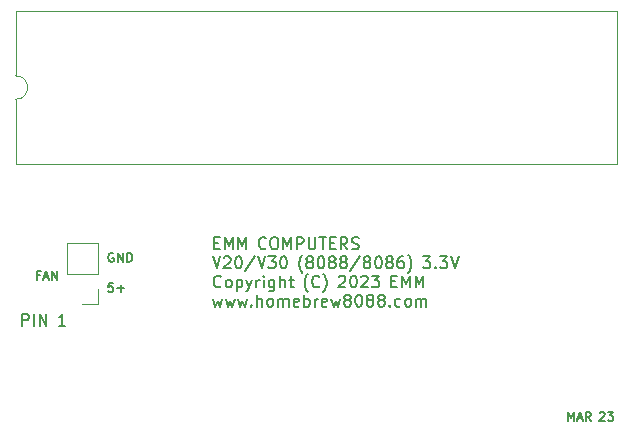
<source format=gbr>
G04 #@! TF.GenerationSoftware,KiCad,Pcbnew,(7.0.0)*
G04 #@! TF.CreationDate,2023-05-27T06:48:24-06:00*
G04 #@! TF.ProjectId,Single Chip,53696e67-6c65-4204-9368-69702e6b6963,rev?*
G04 #@! TF.SameCoordinates,Original*
G04 #@! TF.FileFunction,Legend,Top*
G04 #@! TF.FilePolarity,Positive*
%FSLAX46Y46*%
G04 Gerber Fmt 4.6, Leading zero omitted, Abs format (unit mm)*
G04 Created by KiCad (PCBNEW (7.0.0)) date 2023-05-27 06:48:24*
%MOMM*%
%LPD*%
G01*
G04 APERTURE LIST*
%ADD10C,0.150000*%
%ADD11C,0.120000*%
G04 APERTURE END LIST*
D10*
X131390571Y-86676230D02*
X131318000Y-86639944D01*
X131318000Y-86639944D02*
X131209142Y-86639944D01*
X131209142Y-86639944D02*
X131100285Y-86676230D01*
X131100285Y-86676230D02*
X131027714Y-86748801D01*
X131027714Y-86748801D02*
X130991428Y-86821372D01*
X130991428Y-86821372D02*
X130955142Y-86966515D01*
X130955142Y-86966515D02*
X130955142Y-87075372D01*
X130955142Y-87075372D02*
X130991428Y-87220515D01*
X130991428Y-87220515D02*
X131027714Y-87293087D01*
X131027714Y-87293087D02*
X131100285Y-87365658D01*
X131100285Y-87365658D02*
X131209142Y-87401944D01*
X131209142Y-87401944D02*
X131281714Y-87401944D01*
X131281714Y-87401944D02*
X131390571Y-87365658D01*
X131390571Y-87365658D02*
X131426857Y-87329372D01*
X131426857Y-87329372D02*
X131426857Y-87075372D01*
X131426857Y-87075372D02*
X131281714Y-87075372D01*
X131753428Y-87401944D02*
X131753428Y-86639944D01*
X131753428Y-86639944D02*
X132188857Y-87401944D01*
X132188857Y-87401944D02*
X132188857Y-86639944D01*
X132551714Y-87401944D02*
X132551714Y-86639944D01*
X132551714Y-86639944D02*
X132733143Y-86639944D01*
X132733143Y-86639944D02*
X132842000Y-86676230D01*
X132842000Y-86676230D02*
X132914571Y-86748801D01*
X132914571Y-86748801D02*
X132950857Y-86821372D01*
X132950857Y-86821372D02*
X132987143Y-86966515D01*
X132987143Y-86966515D02*
X132987143Y-87075372D01*
X132987143Y-87075372D02*
X132950857Y-87220515D01*
X132950857Y-87220515D02*
X132914571Y-87293087D01*
X132914571Y-87293087D02*
X132842000Y-87365658D01*
X132842000Y-87365658D02*
X132733143Y-87401944D01*
X132733143Y-87401944D02*
X132551714Y-87401944D01*
X123682095Y-92823380D02*
X123682095Y-91823380D01*
X123682095Y-91823380D02*
X124063047Y-91823380D01*
X124063047Y-91823380D02*
X124158285Y-91871000D01*
X124158285Y-91871000D02*
X124205904Y-91918619D01*
X124205904Y-91918619D02*
X124253523Y-92013857D01*
X124253523Y-92013857D02*
X124253523Y-92156714D01*
X124253523Y-92156714D02*
X124205904Y-92251952D01*
X124205904Y-92251952D02*
X124158285Y-92299571D01*
X124158285Y-92299571D02*
X124063047Y-92347190D01*
X124063047Y-92347190D02*
X123682095Y-92347190D01*
X124682095Y-92823380D02*
X124682095Y-91823380D01*
X125158285Y-92823380D02*
X125158285Y-91823380D01*
X125158285Y-91823380D02*
X125729713Y-92823380D01*
X125729713Y-92823380D02*
X125729713Y-91823380D01*
X127329713Y-92823380D02*
X126758285Y-92823380D01*
X127043999Y-92823380D02*
X127043999Y-91823380D01*
X127043999Y-91823380D02*
X126948761Y-91966238D01*
X126948761Y-91966238D02*
X126853523Y-92061476D01*
X126853523Y-92061476D02*
X126758285Y-92109095D01*
X125149428Y-88526801D02*
X124895428Y-88526801D01*
X124895428Y-88925944D02*
X124895428Y-88163944D01*
X124895428Y-88163944D02*
X125258285Y-88163944D01*
X125512285Y-88708230D02*
X125875143Y-88708230D01*
X125439714Y-88925944D02*
X125693714Y-88163944D01*
X125693714Y-88163944D02*
X125947714Y-88925944D01*
X126201714Y-88925944D02*
X126201714Y-88163944D01*
X126201714Y-88163944D02*
X126637143Y-88925944D01*
X126637143Y-88925944D02*
X126637143Y-88163944D01*
X169853428Y-100863944D02*
X169853428Y-100101944D01*
X169853428Y-100101944D02*
X170107428Y-100646230D01*
X170107428Y-100646230D02*
X170361428Y-100101944D01*
X170361428Y-100101944D02*
X170361428Y-100863944D01*
X170687999Y-100646230D02*
X171050857Y-100646230D01*
X170615428Y-100863944D02*
X170869428Y-100101944D01*
X170869428Y-100101944D02*
X171123428Y-100863944D01*
X171812857Y-100863944D02*
X171558857Y-100501087D01*
X171377428Y-100863944D02*
X171377428Y-100101944D01*
X171377428Y-100101944D02*
X171667714Y-100101944D01*
X171667714Y-100101944D02*
X171740285Y-100138230D01*
X171740285Y-100138230D02*
X171776571Y-100174515D01*
X171776571Y-100174515D02*
X171812857Y-100247087D01*
X171812857Y-100247087D02*
X171812857Y-100355944D01*
X171812857Y-100355944D02*
X171776571Y-100428515D01*
X171776571Y-100428515D02*
X171740285Y-100464801D01*
X171740285Y-100464801D02*
X171667714Y-100501087D01*
X171667714Y-100501087D02*
X171377428Y-100501087D01*
X172560342Y-100174515D02*
X172596628Y-100138230D01*
X172596628Y-100138230D02*
X172669200Y-100101944D01*
X172669200Y-100101944D02*
X172850628Y-100101944D01*
X172850628Y-100101944D02*
X172923200Y-100138230D01*
X172923200Y-100138230D02*
X172959485Y-100174515D01*
X172959485Y-100174515D02*
X172995771Y-100247087D01*
X172995771Y-100247087D02*
X172995771Y-100319658D01*
X172995771Y-100319658D02*
X172959485Y-100428515D01*
X172959485Y-100428515D02*
X172524057Y-100863944D01*
X172524057Y-100863944D02*
X172995771Y-100863944D01*
X173249771Y-100101944D02*
X173721485Y-100101944D01*
X173721485Y-100101944D02*
X173467485Y-100392230D01*
X173467485Y-100392230D02*
X173576342Y-100392230D01*
X173576342Y-100392230D02*
X173648914Y-100428515D01*
X173648914Y-100428515D02*
X173685199Y-100464801D01*
X173685199Y-100464801D02*
X173721485Y-100537372D01*
X173721485Y-100537372D02*
X173721485Y-100718801D01*
X173721485Y-100718801D02*
X173685199Y-100791372D01*
X173685199Y-100791372D02*
X173648914Y-100827658D01*
X173648914Y-100827658D02*
X173576342Y-100863944D01*
X173576342Y-100863944D02*
X173358628Y-100863944D01*
X173358628Y-100863944D02*
X173286056Y-100827658D01*
X173286056Y-100827658D02*
X173249771Y-100791372D01*
X139938095Y-85805571D02*
X140271428Y-85805571D01*
X140414285Y-86329380D02*
X139938095Y-86329380D01*
X139938095Y-86329380D02*
X139938095Y-85329380D01*
X139938095Y-85329380D02*
X140414285Y-85329380D01*
X140842857Y-86329380D02*
X140842857Y-85329380D01*
X140842857Y-85329380D02*
X141176190Y-86043666D01*
X141176190Y-86043666D02*
X141509523Y-85329380D01*
X141509523Y-85329380D02*
X141509523Y-86329380D01*
X141985714Y-86329380D02*
X141985714Y-85329380D01*
X141985714Y-85329380D02*
X142319047Y-86043666D01*
X142319047Y-86043666D02*
X142652380Y-85329380D01*
X142652380Y-85329380D02*
X142652380Y-86329380D01*
X144299999Y-86234142D02*
X144252380Y-86281761D01*
X144252380Y-86281761D02*
X144109523Y-86329380D01*
X144109523Y-86329380D02*
X144014285Y-86329380D01*
X144014285Y-86329380D02*
X143871428Y-86281761D01*
X143871428Y-86281761D02*
X143776190Y-86186523D01*
X143776190Y-86186523D02*
X143728571Y-86091285D01*
X143728571Y-86091285D02*
X143680952Y-85900809D01*
X143680952Y-85900809D02*
X143680952Y-85757952D01*
X143680952Y-85757952D02*
X143728571Y-85567476D01*
X143728571Y-85567476D02*
X143776190Y-85472238D01*
X143776190Y-85472238D02*
X143871428Y-85377000D01*
X143871428Y-85377000D02*
X144014285Y-85329380D01*
X144014285Y-85329380D02*
X144109523Y-85329380D01*
X144109523Y-85329380D02*
X144252380Y-85377000D01*
X144252380Y-85377000D02*
X144299999Y-85424619D01*
X144919047Y-85329380D02*
X145109523Y-85329380D01*
X145109523Y-85329380D02*
X145204761Y-85377000D01*
X145204761Y-85377000D02*
X145299999Y-85472238D01*
X145299999Y-85472238D02*
X145347618Y-85662714D01*
X145347618Y-85662714D02*
X145347618Y-85996047D01*
X145347618Y-85996047D02*
X145299999Y-86186523D01*
X145299999Y-86186523D02*
X145204761Y-86281761D01*
X145204761Y-86281761D02*
X145109523Y-86329380D01*
X145109523Y-86329380D02*
X144919047Y-86329380D01*
X144919047Y-86329380D02*
X144823809Y-86281761D01*
X144823809Y-86281761D02*
X144728571Y-86186523D01*
X144728571Y-86186523D02*
X144680952Y-85996047D01*
X144680952Y-85996047D02*
X144680952Y-85662714D01*
X144680952Y-85662714D02*
X144728571Y-85472238D01*
X144728571Y-85472238D02*
X144823809Y-85377000D01*
X144823809Y-85377000D02*
X144919047Y-85329380D01*
X145776190Y-86329380D02*
X145776190Y-85329380D01*
X145776190Y-85329380D02*
X146109523Y-86043666D01*
X146109523Y-86043666D02*
X146442856Y-85329380D01*
X146442856Y-85329380D02*
X146442856Y-86329380D01*
X146919047Y-86329380D02*
X146919047Y-85329380D01*
X146919047Y-85329380D02*
X147299999Y-85329380D01*
X147299999Y-85329380D02*
X147395237Y-85377000D01*
X147395237Y-85377000D02*
X147442856Y-85424619D01*
X147442856Y-85424619D02*
X147490475Y-85519857D01*
X147490475Y-85519857D02*
X147490475Y-85662714D01*
X147490475Y-85662714D02*
X147442856Y-85757952D01*
X147442856Y-85757952D02*
X147395237Y-85805571D01*
X147395237Y-85805571D02*
X147299999Y-85853190D01*
X147299999Y-85853190D02*
X146919047Y-85853190D01*
X147919047Y-85329380D02*
X147919047Y-86138904D01*
X147919047Y-86138904D02*
X147966666Y-86234142D01*
X147966666Y-86234142D02*
X148014285Y-86281761D01*
X148014285Y-86281761D02*
X148109523Y-86329380D01*
X148109523Y-86329380D02*
X148299999Y-86329380D01*
X148299999Y-86329380D02*
X148395237Y-86281761D01*
X148395237Y-86281761D02*
X148442856Y-86234142D01*
X148442856Y-86234142D02*
X148490475Y-86138904D01*
X148490475Y-86138904D02*
X148490475Y-85329380D01*
X148823809Y-85329380D02*
X149395237Y-85329380D01*
X149109523Y-86329380D02*
X149109523Y-85329380D01*
X149728571Y-85805571D02*
X150061904Y-85805571D01*
X150204761Y-86329380D02*
X149728571Y-86329380D01*
X149728571Y-86329380D02*
X149728571Y-85329380D01*
X149728571Y-85329380D02*
X150204761Y-85329380D01*
X151204761Y-86329380D02*
X150871428Y-85853190D01*
X150633333Y-86329380D02*
X150633333Y-85329380D01*
X150633333Y-85329380D02*
X151014285Y-85329380D01*
X151014285Y-85329380D02*
X151109523Y-85377000D01*
X151109523Y-85377000D02*
X151157142Y-85424619D01*
X151157142Y-85424619D02*
X151204761Y-85519857D01*
X151204761Y-85519857D02*
X151204761Y-85662714D01*
X151204761Y-85662714D02*
X151157142Y-85757952D01*
X151157142Y-85757952D02*
X151109523Y-85805571D01*
X151109523Y-85805571D02*
X151014285Y-85853190D01*
X151014285Y-85853190D02*
X150633333Y-85853190D01*
X151585714Y-86281761D02*
X151728571Y-86329380D01*
X151728571Y-86329380D02*
X151966666Y-86329380D01*
X151966666Y-86329380D02*
X152061904Y-86281761D01*
X152061904Y-86281761D02*
X152109523Y-86234142D01*
X152109523Y-86234142D02*
X152157142Y-86138904D01*
X152157142Y-86138904D02*
X152157142Y-86043666D01*
X152157142Y-86043666D02*
X152109523Y-85948428D01*
X152109523Y-85948428D02*
X152061904Y-85900809D01*
X152061904Y-85900809D02*
X151966666Y-85853190D01*
X151966666Y-85853190D02*
X151776190Y-85805571D01*
X151776190Y-85805571D02*
X151680952Y-85757952D01*
X151680952Y-85757952D02*
X151633333Y-85710333D01*
X151633333Y-85710333D02*
X151585714Y-85615095D01*
X151585714Y-85615095D02*
X151585714Y-85519857D01*
X151585714Y-85519857D02*
X151633333Y-85424619D01*
X151633333Y-85424619D02*
X151680952Y-85377000D01*
X151680952Y-85377000D02*
X151776190Y-85329380D01*
X151776190Y-85329380D02*
X152014285Y-85329380D01*
X152014285Y-85329380D02*
X152157142Y-85377000D01*
X139795238Y-86949380D02*
X140128571Y-87949380D01*
X140128571Y-87949380D02*
X140461904Y-86949380D01*
X140747619Y-87044619D02*
X140795238Y-86997000D01*
X140795238Y-86997000D02*
X140890476Y-86949380D01*
X140890476Y-86949380D02*
X141128571Y-86949380D01*
X141128571Y-86949380D02*
X141223809Y-86997000D01*
X141223809Y-86997000D02*
X141271428Y-87044619D01*
X141271428Y-87044619D02*
X141319047Y-87139857D01*
X141319047Y-87139857D02*
X141319047Y-87235095D01*
X141319047Y-87235095D02*
X141271428Y-87377952D01*
X141271428Y-87377952D02*
X140700000Y-87949380D01*
X140700000Y-87949380D02*
X141319047Y-87949380D01*
X141938095Y-86949380D02*
X142033333Y-86949380D01*
X142033333Y-86949380D02*
X142128571Y-86997000D01*
X142128571Y-86997000D02*
X142176190Y-87044619D01*
X142176190Y-87044619D02*
X142223809Y-87139857D01*
X142223809Y-87139857D02*
X142271428Y-87330333D01*
X142271428Y-87330333D02*
X142271428Y-87568428D01*
X142271428Y-87568428D02*
X142223809Y-87758904D01*
X142223809Y-87758904D02*
X142176190Y-87854142D01*
X142176190Y-87854142D02*
X142128571Y-87901761D01*
X142128571Y-87901761D02*
X142033333Y-87949380D01*
X142033333Y-87949380D02*
X141938095Y-87949380D01*
X141938095Y-87949380D02*
X141842857Y-87901761D01*
X141842857Y-87901761D02*
X141795238Y-87854142D01*
X141795238Y-87854142D02*
X141747619Y-87758904D01*
X141747619Y-87758904D02*
X141700000Y-87568428D01*
X141700000Y-87568428D02*
X141700000Y-87330333D01*
X141700000Y-87330333D02*
X141747619Y-87139857D01*
X141747619Y-87139857D02*
X141795238Y-87044619D01*
X141795238Y-87044619D02*
X141842857Y-86997000D01*
X141842857Y-86997000D02*
X141938095Y-86949380D01*
X143414285Y-86901761D02*
X142557143Y-88187476D01*
X143604762Y-86949380D02*
X143938095Y-87949380D01*
X143938095Y-87949380D02*
X144271428Y-86949380D01*
X144509524Y-86949380D02*
X145128571Y-86949380D01*
X145128571Y-86949380D02*
X144795238Y-87330333D01*
X144795238Y-87330333D02*
X144938095Y-87330333D01*
X144938095Y-87330333D02*
X145033333Y-87377952D01*
X145033333Y-87377952D02*
X145080952Y-87425571D01*
X145080952Y-87425571D02*
X145128571Y-87520809D01*
X145128571Y-87520809D02*
X145128571Y-87758904D01*
X145128571Y-87758904D02*
X145080952Y-87854142D01*
X145080952Y-87854142D02*
X145033333Y-87901761D01*
X145033333Y-87901761D02*
X144938095Y-87949380D01*
X144938095Y-87949380D02*
X144652381Y-87949380D01*
X144652381Y-87949380D02*
X144557143Y-87901761D01*
X144557143Y-87901761D02*
X144509524Y-87854142D01*
X145747619Y-86949380D02*
X145842857Y-86949380D01*
X145842857Y-86949380D02*
X145938095Y-86997000D01*
X145938095Y-86997000D02*
X145985714Y-87044619D01*
X145985714Y-87044619D02*
X146033333Y-87139857D01*
X146033333Y-87139857D02*
X146080952Y-87330333D01*
X146080952Y-87330333D02*
X146080952Y-87568428D01*
X146080952Y-87568428D02*
X146033333Y-87758904D01*
X146033333Y-87758904D02*
X145985714Y-87854142D01*
X145985714Y-87854142D02*
X145938095Y-87901761D01*
X145938095Y-87901761D02*
X145842857Y-87949380D01*
X145842857Y-87949380D02*
X145747619Y-87949380D01*
X145747619Y-87949380D02*
X145652381Y-87901761D01*
X145652381Y-87901761D02*
X145604762Y-87854142D01*
X145604762Y-87854142D02*
X145557143Y-87758904D01*
X145557143Y-87758904D02*
X145509524Y-87568428D01*
X145509524Y-87568428D02*
X145509524Y-87330333D01*
X145509524Y-87330333D02*
X145557143Y-87139857D01*
X145557143Y-87139857D02*
X145604762Y-87044619D01*
X145604762Y-87044619D02*
X145652381Y-86997000D01*
X145652381Y-86997000D02*
X145747619Y-86949380D01*
X147395238Y-88330333D02*
X147347619Y-88282714D01*
X147347619Y-88282714D02*
X147252381Y-88139857D01*
X147252381Y-88139857D02*
X147204762Y-88044619D01*
X147204762Y-88044619D02*
X147157143Y-87901761D01*
X147157143Y-87901761D02*
X147109524Y-87663666D01*
X147109524Y-87663666D02*
X147109524Y-87473190D01*
X147109524Y-87473190D02*
X147157143Y-87235095D01*
X147157143Y-87235095D02*
X147204762Y-87092238D01*
X147204762Y-87092238D02*
X147252381Y-86997000D01*
X147252381Y-86997000D02*
X147347619Y-86854142D01*
X147347619Y-86854142D02*
X147395238Y-86806523D01*
X147919048Y-87377952D02*
X147823810Y-87330333D01*
X147823810Y-87330333D02*
X147776191Y-87282714D01*
X147776191Y-87282714D02*
X147728572Y-87187476D01*
X147728572Y-87187476D02*
X147728572Y-87139857D01*
X147728572Y-87139857D02*
X147776191Y-87044619D01*
X147776191Y-87044619D02*
X147823810Y-86997000D01*
X147823810Y-86997000D02*
X147919048Y-86949380D01*
X147919048Y-86949380D02*
X148109524Y-86949380D01*
X148109524Y-86949380D02*
X148204762Y-86997000D01*
X148204762Y-86997000D02*
X148252381Y-87044619D01*
X148252381Y-87044619D02*
X148300000Y-87139857D01*
X148300000Y-87139857D02*
X148300000Y-87187476D01*
X148300000Y-87187476D02*
X148252381Y-87282714D01*
X148252381Y-87282714D02*
X148204762Y-87330333D01*
X148204762Y-87330333D02*
X148109524Y-87377952D01*
X148109524Y-87377952D02*
X147919048Y-87377952D01*
X147919048Y-87377952D02*
X147823810Y-87425571D01*
X147823810Y-87425571D02*
X147776191Y-87473190D01*
X147776191Y-87473190D02*
X147728572Y-87568428D01*
X147728572Y-87568428D02*
X147728572Y-87758904D01*
X147728572Y-87758904D02*
X147776191Y-87854142D01*
X147776191Y-87854142D02*
X147823810Y-87901761D01*
X147823810Y-87901761D02*
X147919048Y-87949380D01*
X147919048Y-87949380D02*
X148109524Y-87949380D01*
X148109524Y-87949380D02*
X148204762Y-87901761D01*
X148204762Y-87901761D02*
X148252381Y-87854142D01*
X148252381Y-87854142D02*
X148300000Y-87758904D01*
X148300000Y-87758904D02*
X148300000Y-87568428D01*
X148300000Y-87568428D02*
X148252381Y-87473190D01*
X148252381Y-87473190D02*
X148204762Y-87425571D01*
X148204762Y-87425571D02*
X148109524Y-87377952D01*
X148919048Y-86949380D02*
X149014286Y-86949380D01*
X149014286Y-86949380D02*
X149109524Y-86997000D01*
X149109524Y-86997000D02*
X149157143Y-87044619D01*
X149157143Y-87044619D02*
X149204762Y-87139857D01*
X149204762Y-87139857D02*
X149252381Y-87330333D01*
X149252381Y-87330333D02*
X149252381Y-87568428D01*
X149252381Y-87568428D02*
X149204762Y-87758904D01*
X149204762Y-87758904D02*
X149157143Y-87854142D01*
X149157143Y-87854142D02*
X149109524Y-87901761D01*
X149109524Y-87901761D02*
X149014286Y-87949380D01*
X149014286Y-87949380D02*
X148919048Y-87949380D01*
X148919048Y-87949380D02*
X148823810Y-87901761D01*
X148823810Y-87901761D02*
X148776191Y-87854142D01*
X148776191Y-87854142D02*
X148728572Y-87758904D01*
X148728572Y-87758904D02*
X148680953Y-87568428D01*
X148680953Y-87568428D02*
X148680953Y-87330333D01*
X148680953Y-87330333D02*
X148728572Y-87139857D01*
X148728572Y-87139857D02*
X148776191Y-87044619D01*
X148776191Y-87044619D02*
X148823810Y-86997000D01*
X148823810Y-86997000D02*
X148919048Y-86949380D01*
X149823810Y-87377952D02*
X149728572Y-87330333D01*
X149728572Y-87330333D02*
X149680953Y-87282714D01*
X149680953Y-87282714D02*
X149633334Y-87187476D01*
X149633334Y-87187476D02*
X149633334Y-87139857D01*
X149633334Y-87139857D02*
X149680953Y-87044619D01*
X149680953Y-87044619D02*
X149728572Y-86997000D01*
X149728572Y-86997000D02*
X149823810Y-86949380D01*
X149823810Y-86949380D02*
X150014286Y-86949380D01*
X150014286Y-86949380D02*
X150109524Y-86997000D01*
X150109524Y-86997000D02*
X150157143Y-87044619D01*
X150157143Y-87044619D02*
X150204762Y-87139857D01*
X150204762Y-87139857D02*
X150204762Y-87187476D01*
X150204762Y-87187476D02*
X150157143Y-87282714D01*
X150157143Y-87282714D02*
X150109524Y-87330333D01*
X150109524Y-87330333D02*
X150014286Y-87377952D01*
X150014286Y-87377952D02*
X149823810Y-87377952D01*
X149823810Y-87377952D02*
X149728572Y-87425571D01*
X149728572Y-87425571D02*
X149680953Y-87473190D01*
X149680953Y-87473190D02*
X149633334Y-87568428D01*
X149633334Y-87568428D02*
X149633334Y-87758904D01*
X149633334Y-87758904D02*
X149680953Y-87854142D01*
X149680953Y-87854142D02*
X149728572Y-87901761D01*
X149728572Y-87901761D02*
X149823810Y-87949380D01*
X149823810Y-87949380D02*
X150014286Y-87949380D01*
X150014286Y-87949380D02*
X150109524Y-87901761D01*
X150109524Y-87901761D02*
X150157143Y-87854142D01*
X150157143Y-87854142D02*
X150204762Y-87758904D01*
X150204762Y-87758904D02*
X150204762Y-87568428D01*
X150204762Y-87568428D02*
X150157143Y-87473190D01*
X150157143Y-87473190D02*
X150109524Y-87425571D01*
X150109524Y-87425571D02*
X150014286Y-87377952D01*
X150776191Y-87377952D02*
X150680953Y-87330333D01*
X150680953Y-87330333D02*
X150633334Y-87282714D01*
X150633334Y-87282714D02*
X150585715Y-87187476D01*
X150585715Y-87187476D02*
X150585715Y-87139857D01*
X150585715Y-87139857D02*
X150633334Y-87044619D01*
X150633334Y-87044619D02*
X150680953Y-86997000D01*
X150680953Y-86997000D02*
X150776191Y-86949380D01*
X150776191Y-86949380D02*
X150966667Y-86949380D01*
X150966667Y-86949380D02*
X151061905Y-86997000D01*
X151061905Y-86997000D02*
X151109524Y-87044619D01*
X151109524Y-87044619D02*
X151157143Y-87139857D01*
X151157143Y-87139857D02*
X151157143Y-87187476D01*
X151157143Y-87187476D02*
X151109524Y-87282714D01*
X151109524Y-87282714D02*
X151061905Y-87330333D01*
X151061905Y-87330333D02*
X150966667Y-87377952D01*
X150966667Y-87377952D02*
X150776191Y-87377952D01*
X150776191Y-87377952D02*
X150680953Y-87425571D01*
X150680953Y-87425571D02*
X150633334Y-87473190D01*
X150633334Y-87473190D02*
X150585715Y-87568428D01*
X150585715Y-87568428D02*
X150585715Y-87758904D01*
X150585715Y-87758904D02*
X150633334Y-87854142D01*
X150633334Y-87854142D02*
X150680953Y-87901761D01*
X150680953Y-87901761D02*
X150776191Y-87949380D01*
X150776191Y-87949380D02*
X150966667Y-87949380D01*
X150966667Y-87949380D02*
X151061905Y-87901761D01*
X151061905Y-87901761D02*
X151109524Y-87854142D01*
X151109524Y-87854142D02*
X151157143Y-87758904D01*
X151157143Y-87758904D02*
X151157143Y-87568428D01*
X151157143Y-87568428D02*
X151109524Y-87473190D01*
X151109524Y-87473190D02*
X151061905Y-87425571D01*
X151061905Y-87425571D02*
X150966667Y-87377952D01*
X152300000Y-86901761D02*
X151442858Y-88187476D01*
X152776191Y-87377952D02*
X152680953Y-87330333D01*
X152680953Y-87330333D02*
X152633334Y-87282714D01*
X152633334Y-87282714D02*
X152585715Y-87187476D01*
X152585715Y-87187476D02*
X152585715Y-87139857D01*
X152585715Y-87139857D02*
X152633334Y-87044619D01*
X152633334Y-87044619D02*
X152680953Y-86997000D01*
X152680953Y-86997000D02*
X152776191Y-86949380D01*
X152776191Y-86949380D02*
X152966667Y-86949380D01*
X152966667Y-86949380D02*
X153061905Y-86997000D01*
X153061905Y-86997000D02*
X153109524Y-87044619D01*
X153109524Y-87044619D02*
X153157143Y-87139857D01*
X153157143Y-87139857D02*
X153157143Y-87187476D01*
X153157143Y-87187476D02*
X153109524Y-87282714D01*
X153109524Y-87282714D02*
X153061905Y-87330333D01*
X153061905Y-87330333D02*
X152966667Y-87377952D01*
X152966667Y-87377952D02*
X152776191Y-87377952D01*
X152776191Y-87377952D02*
X152680953Y-87425571D01*
X152680953Y-87425571D02*
X152633334Y-87473190D01*
X152633334Y-87473190D02*
X152585715Y-87568428D01*
X152585715Y-87568428D02*
X152585715Y-87758904D01*
X152585715Y-87758904D02*
X152633334Y-87854142D01*
X152633334Y-87854142D02*
X152680953Y-87901761D01*
X152680953Y-87901761D02*
X152776191Y-87949380D01*
X152776191Y-87949380D02*
X152966667Y-87949380D01*
X152966667Y-87949380D02*
X153061905Y-87901761D01*
X153061905Y-87901761D02*
X153109524Y-87854142D01*
X153109524Y-87854142D02*
X153157143Y-87758904D01*
X153157143Y-87758904D02*
X153157143Y-87568428D01*
X153157143Y-87568428D02*
X153109524Y-87473190D01*
X153109524Y-87473190D02*
X153061905Y-87425571D01*
X153061905Y-87425571D02*
X152966667Y-87377952D01*
X153776191Y-86949380D02*
X153871429Y-86949380D01*
X153871429Y-86949380D02*
X153966667Y-86997000D01*
X153966667Y-86997000D02*
X154014286Y-87044619D01*
X154014286Y-87044619D02*
X154061905Y-87139857D01*
X154061905Y-87139857D02*
X154109524Y-87330333D01*
X154109524Y-87330333D02*
X154109524Y-87568428D01*
X154109524Y-87568428D02*
X154061905Y-87758904D01*
X154061905Y-87758904D02*
X154014286Y-87854142D01*
X154014286Y-87854142D02*
X153966667Y-87901761D01*
X153966667Y-87901761D02*
X153871429Y-87949380D01*
X153871429Y-87949380D02*
X153776191Y-87949380D01*
X153776191Y-87949380D02*
X153680953Y-87901761D01*
X153680953Y-87901761D02*
X153633334Y-87854142D01*
X153633334Y-87854142D02*
X153585715Y-87758904D01*
X153585715Y-87758904D02*
X153538096Y-87568428D01*
X153538096Y-87568428D02*
X153538096Y-87330333D01*
X153538096Y-87330333D02*
X153585715Y-87139857D01*
X153585715Y-87139857D02*
X153633334Y-87044619D01*
X153633334Y-87044619D02*
X153680953Y-86997000D01*
X153680953Y-86997000D02*
X153776191Y-86949380D01*
X154680953Y-87377952D02*
X154585715Y-87330333D01*
X154585715Y-87330333D02*
X154538096Y-87282714D01*
X154538096Y-87282714D02*
X154490477Y-87187476D01*
X154490477Y-87187476D02*
X154490477Y-87139857D01*
X154490477Y-87139857D02*
X154538096Y-87044619D01*
X154538096Y-87044619D02*
X154585715Y-86997000D01*
X154585715Y-86997000D02*
X154680953Y-86949380D01*
X154680953Y-86949380D02*
X154871429Y-86949380D01*
X154871429Y-86949380D02*
X154966667Y-86997000D01*
X154966667Y-86997000D02*
X155014286Y-87044619D01*
X155014286Y-87044619D02*
X155061905Y-87139857D01*
X155061905Y-87139857D02*
X155061905Y-87187476D01*
X155061905Y-87187476D02*
X155014286Y-87282714D01*
X155014286Y-87282714D02*
X154966667Y-87330333D01*
X154966667Y-87330333D02*
X154871429Y-87377952D01*
X154871429Y-87377952D02*
X154680953Y-87377952D01*
X154680953Y-87377952D02*
X154585715Y-87425571D01*
X154585715Y-87425571D02*
X154538096Y-87473190D01*
X154538096Y-87473190D02*
X154490477Y-87568428D01*
X154490477Y-87568428D02*
X154490477Y-87758904D01*
X154490477Y-87758904D02*
X154538096Y-87854142D01*
X154538096Y-87854142D02*
X154585715Y-87901761D01*
X154585715Y-87901761D02*
X154680953Y-87949380D01*
X154680953Y-87949380D02*
X154871429Y-87949380D01*
X154871429Y-87949380D02*
X154966667Y-87901761D01*
X154966667Y-87901761D02*
X155014286Y-87854142D01*
X155014286Y-87854142D02*
X155061905Y-87758904D01*
X155061905Y-87758904D02*
X155061905Y-87568428D01*
X155061905Y-87568428D02*
X155014286Y-87473190D01*
X155014286Y-87473190D02*
X154966667Y-87425571D01*
X154966667Y-87425571D02*
X154871429Y-87377952D01*
X155919048Y-86949380D02*
X155728572Y-86949380D01*
X155728572Y-86949380D02*
X155633334Y-86997000D01*
X155633334Y-86997000D02*
X155585715Y-87044619D01*
X155585715Y-87044619D02*
X155490477Y-87187476D01*
X155490477Y-87187476D02*
X155442858Y-87377952D01*
X155442858Y-87377952D02*
X155442858Y-87758904D01*
X155442858Y-87758904D02*
X155490477Y-87854142D01*
X155490477Y-87854142D02*
X155538096Y-87901761D01*
X155538096Y-87901761D02*
X155633334Y-87949380D01*
X155633334Y-87949380D02*
X155823810Y-87949380D01*
X155823810Y-87949380D02*
X155919048Y-87901761D01*
X155919048Y-87901761D02*
X155966667Y-87854142D01*
X155966667Y-87854142D02*
X156014286Y-87758904D01*
X156014286Y-87758904D02*
X156014286Y-87520809D01*
X156014286Y-87520809D02*
X155966667Y-87425571D01*
X155966667Y-87425571D02*
X155919048Y-87377952D01*
X155919048Y-87377952D02*
X155823810Y-87330333D01*
X155823810Y-87330333D02*
X155633334Y-87330333D01*
X155633334Y-87330333D02*
X155538096Y-87377952D01*
X155538096Y-87377952D02*
X155490477Y-87425571D01*
X155490477Y-87425571D02*
X155442858Y-87520809D01*
X156347620Y-88330333D02*
X156395239Y-88282714D01*
X156395239Y-88282714D02*
X156490477Y-88139857D01*
X156490477Y-88139857D02*
X156538096Y-88044619D01*
X156538096Y-88044619D02*
X156585715Y-87901761D01*
X156585715Y-87901761D02*
X156633334Y-87663666D01*
X156633334Y-87663666D02*
X156633334Y-87473190D01*
X156633334Y-87473190D02*
X156585715Y-87235095D01*
X156585715Y-87235095D02*
X156538096Y-87092238D01*
X156538096Y-87092238D02*
X156490477Y-86997000D01*
X156490477Y-86997000D02*
X156395239Y-86854142D01*
X156395239Y-86854142D02*
X156347620Y-86806523D01*
X157614287Y-86949380D02*
X158233334Y-86949380D01*
X158233334Y-86949380D02*
X157900001Y-87330333D01*
X157900001Y-87330333D02*
X158042858Y-87330333D01*
X158042858Y-87330333D02*
X158138096Y-87377952D01*
X158138096Y-87377952D02*
X158185715Y-87425571D01*
X158185715Y-87425571D02*
X158233334Y-87520809D01*
X158233334Y-87520809D02*
X158233334Y-87758904D01*
X158233334Y-87758904D02*
X158185715Y-87854142D01*
X158185715Y-87854142D02*
X158138096Y-87901761D01*
X158138096Y-87901761D02*
X158042858Y-87949380D01*
X158042858Y-87949380D02*
X157757144Y-87949380D01*
X157757144Y-87949380D02*
X157661906Y-87901761D01*
X157661906Y-87901761D02*
X157614287Y-87854142D01*
X158661906Y-87854142D02*
X158709525Y-87901761D01*
X158709525Y-87901761D02*
X158661906Y-87949380D01*
X158661906Y-87949380D02*
X158614287Y-87901761D01*
X158614287Y-87901761D02*
X158661906Y-87854142D01*
X158661906Y-87854142D02*
X158661906Y-87949380D01*
X159042858Y-86949380D02*
X159661905Y-86949380D01*
X159661905Y-86949380D02*
X159328572Y-87330333D01*
X159328572Y-87330333D02*
X159471429Y-87330333D01*
X159471429Y-87330333D02*
X159566667Y-87377952D01*
X159566667Y-87377952D02*
X159614286Y-87425571D01*
X159614286Y-87425571D02*
X159661905Y-87520809D01*
X159661905Y-87520809D02*
X159661905Y-87758904D01*
X159661905Y-87758904D02*
X159614286Y-87854142D01*
X159614286Y-87854142D02*
X159566667Y-87901761D01*
X159566667Y-87901761D02*
X159471429Y-87949380D01*
X159471429Y-87949380D02*
X159185715Y-87949380D01*
X159185715Y-87949380D02*
X159090477Y-87901761D01*
X159090477Y-87901761D02*
X159042858Y-87854142D01*
X159947620Y-86949380D02*
X160280953Y-87949380D01*
X160280953Y-87949380D02*
X160614286Y-86949380D01*
X140509523Y-89474142D02*
X140461904Y-89521761D01*
X140461904Y-89521761D02*
X140319047Y-89569380D01*
X140319047Y-89569380D02*
X140223809Y-89569380D01*
X140223809Y-89569380D02*
X140080952Y-89521761D01*
X140080952Y-89521761D02*
X139985714Y-89426523D01*
X139985714Y-89426523D02*
X139938095Y-89331285D01*
X139938095Y-89331285D02*
X139890476Y-89140809D01*
X139890476Y-89140809D02*
X139890476Y-88997952D01*
X139890476Y-88997952D02*
X139938095Y-88807476D01*
X139938095Y-88807476D02*
X139985714Y-88712238D01*
X139985714Y-88712238D02*
X140080952Y-88617000D01*
X140080952Y-88617000D02*
X140223809Y-88569380D01*
X140223809Y-88569380D02*
X140319047Y-88569380D01*
X140319047Y-88569380D02*
X140461904Y-88617000D01*
X140461904Y-88617000D02*
X140509523Y-88664619D01*
X141080952Y-89569380D02*
X140985714Y-89521761D01*
X140985714Y-89521761D02*
X140938095Y-89474142D01*
X140938095Y-89474142D02*
X140890476Y-89378904D01*
X140890476Y-89378904D02*
X140890476Y-89093190D01*
X140890476Y-89093190D02*
X140938095Y-88997952D01*
X140938095Y-88997952D02*
X140985714Y-88950333D01*
X140985714Y-88950333D02*
X141080952Y-88902714D01*
X141080952Y-88902714D02*
X141223809Y-88902714D01*
X141223809Y-88902714D02*
X141319047Y-88950333D01*
X141319047Y-88950333D02*
X141366666Y-88997952D01*
X141366666Y-88997952D02*
X141414285Y-89093190D01*
X141414285Y-89093190D02*
X141414285Y-89378904D01*
X141414285Y-89378904D02*
X141366666Y-89474142D01*
X141366666Y-89474142D02*
X141319047Y-89521761D01*
X141319047Y-89521761D02*
X141223809Y-89569380D01*
X141223809Y-89569380D02*
X141080952Y-89569380D01*
X141842857Y-88902714D02*
X141842857Y-89902714D01*
X141842857Y-88950333D02*
X141938095Y-88902714D01*
X141938095Y-88902714D02*
X142128571Y-88902714D01*
X142128571Y-88902714D02*
X142223809Y-88950333D01*
X142223809Y-88950333D02*
X142271428Y-88997952D01*
X142271428Y-88997952D02*
X142319047Y-89093190D01*
X142319047Y-89093190D02*
X142319047Y-89378904D01*
X142319047Y-89378904D02*
X142271428Y-89474142D01*
X142271428Y-89474142D02*
X142223809Y-89521761D01*
X142223809Y-89521761D02*
X142128571Y-89569380D01*
X142128571Y-89569380D02*
X141938095Y-89569380D01*
X141938095Y-89569380D02*
X141842857Y-89521761D01*
X142652381Y-88902714D02*
X142890476Y-89569380D01*
X143128571Y-88902714D02*
X142890476Y-89569380D01*
X142890476Y-89569380D02*
X142795238Y-89807476D01*
X142795238Y-89807476D02*
X142747619Y-89855095D01*
X142747619Y-89855095D02*
X142652381Y-89902714D01*
X143509524Y-89569380D02*
X143509524Y-88902714D01*
X143509524Y-89093190D02*
X143557143Y-88997952D01*
X143557143Y-88997952D02*
X143604762Y-88950333D01*
X143604762Y-88950333D02*
X143700000Y-88902714D01*
X143700000Y-88902714D02*
X143795238Y-88902714D01*
X144128572Y-89569380D02*
X144128572Y-88902714D01*
X144128572Y-88569380D02*
X144080953Y-88617000D01*
X144080953Y-88617000D02*
X144128572Y-88664619D01*
X144128572Y-88664619D02*
X144176191Y-88617000D01*
X144176191Y-88617000D02*
X144128572Y-88569380D01*
X144128572Y-88569380D02*
X144128572Y-88664619D01*
X145033333Y-88902714D02*
X145033333Y-89712238D01*
X145033333Y-89712238D02*
X144985714Y-89807476D01*
X144985714Y-89807476D02*
X144938095Y-89855095D01*
X144938095Y-89855095D02*
X144842857Y-89902714D01*
X144842857Y-89902714D02*
X144700000Y-89902714D01*
X144700000Y-89902714D02*
X144604762Y-89855095D01*
X145033333Y-89521761D02*
X144938095Y-89569380D01*
X144938095Y-89569380D02*
X144747619Y-89569380D01*
X144747619Y-89569380D02*
X144652381Y-89521761D01*
X144652381Y-89521761D02*
X144604762Y-89474142D01*
X144604762Y-89474142D02*
X144557143Y-89378904D01*
X144557143Y-89378904D02*
X144557143Y-89093190D01*
X144557143Y-89093190D02*
X144604762Y-88997952D01*
X144604762Y-88997952D02*
X144652381Y-88950333D01*
X144652381Y-88950333D02*
X144747619Y-88902714D01*
X144747619Y-88902714D02*
X144938095Y-88902714D01*
X144938095Y-88902714D02*
X145033333Y-88950333D01*
X145509524Y-89569380D02*
X145509524Y-88569380D01*
X145938095Y-89569380D02*
X145938095Y-89045571D01*
X145938095Y-89045571D02*
X145890476Y-88950333D01*
X145890476Y-88950333D02*
X145795238Y-88902714D01*
X145795238Y-88902714D02*
X145652381Y-88902714D01*
X145652381Y-88902714D02*
X145557143Y-88950333D01*
X145557143Y-88950333D02*
X145509524Y-88997952D01*
X146271429Y-88902714D02*
X146652381Y-88902714D01*
X146414286Y-88569380D02*
X146414286Y-89426523D01*
X146414286Y-89426523D02*
X146461905Y-89521761D01*
X146461905Y-89521761D02*
X146557143Y-89569380D01*
X146557143Y-89569380D02*
X146652381Y-89569380D01*
X147871429Y-89950333D02*
X147823810Y-89902714D01*
X147823810Y-89902714D02*
X147728572Y-89759857D01*
X147728572Y-89759857D02*
X147680953Y-89664619D01*
X147680953Y-89664619D02*
X147633334Y-89521761D01*
X147633334Y-89521761D02*
X147585715Y-89283666D01*
X147585715Y-89283666D02*
X147585715Y-89093190D01*
X147585715Y-89093190D02*
X147633334Y-88855095D01*
X147633334Y-88855095D02*
X147680953Y-88712238D01*
X147680953Y-88712238D02*
X147728572Y-88617000D01*
X147728572Y-88617000D02*
X147823810Y-88474142D01*
X147823810Y-88474142D02*
X147871429Y-88426523D01*
X148823810Y-89474142D02*
X148776191Y-89521761D01*
X148776191Y-89521761D02*
X148633334Y-89569380D01*
X148633334Y-89569380D02*
X148538096Y-89569380D01*
X148538096Y-89569380D02*
X148395239Y-89521761D01*
X148395239Y-89521761D02*
X148300001Y-89426523D01*
X148300001Y-89426523D02*
X148252382Y-89331285D01*
X148252382Y-89331285D02*
X148204763Y-89140809D01*
X148204763Y-89140809D02*
X148204763Y-88997952D01*
X148204763Y-88997952D02*
X148252382Y-88807476D01*
X148252382Y-88807476D02*
X148300001Y-88712238D01*
X148300001Y-88712238D02*
X148395239Y-88617000D01*
X148395239Y-88617000D02*
X148538096Y-88569380D01*
X148538096Y-88569380D02*
X148633334Y-88569380D01*
X148633334Y-88569380D02*
X148776191Y-88617000D01*
X148776191Y-88617000D02*
X148823810Y-88664619D01*
X149157144Y-89950333D02*
X149204763Y-89902714D01*
X149204763Y-89902714D02*
X149300001Y-89759857D01*
X149300001Y-89759857D02*
X149347620Y-89664619D01*
X149347620Y-89664619D02*
X149395239Y-89521761D01*
X149395239Y-89521761D02*
X149442858Y-89283666D01*
X149442858Y-89283666D02*
X149442858Y-89093190D01*
X149442858Y-89093190D02*
X149395239Y-88855095D01*
X149395239Y-88855095D02*
X149347620Y-88712238D01*
X149347620Y-88712238D02*
X149300001Y-88617000D01*
X149300001Y-88617000D02*
X149204763Y-88474142D01*
X149204763Y-88474142D02*
X149157144Y-88426523D01*
X150471430Y-88664619D02*
X150519049Y-88617000D01*
X150519049Y-88617000D02*
X150614287Y-88569380D01*
X150614287Y-88569380D02*
X150852382Y-88569380D01*
X150852382Y-88569380D02*
X150947620Y-88617000D01*
X150947620Y-88617000D02*
X150995239Y-88664619D01*
X150995239Y-88664619D02*
X151042858Y-88759857D01*
X151042858Y-88759857D02*
X151042858Y-88855095D01*
X151042858Y-88855095D02*
X150995239Y-88997952D01*
X150995239Y-88997952D02*
X150423811Y-89569380D01*
X150423811Y-89569380D02*
X151042858Y-89569380D01*
X151661906Y-88569380D02*
X151757144Y-88569380D01*
X151757144Y-88569380D02*
X151852382Y-88617000D01*
X151852382Y-88617000D02*
X151900001Y-88664619D01*
X151900001Y-88664619D02*
X151947620Y-88759857D01*
X151947620Y-88759857D02*
X151995239Y-88950333D01*
X151995239Y-88950333D02*
X151995239Y-89188428D01*
X151995239Y-89188428D02*
X151947620Y-89378904D01*
X151947620Y-89378904D02*
X151900001Y-89474142D01*
X151900001Y-89474142D02*
X151852382Y-89521761D01*
X151852382Y-89521761D02*
X151757144Y-89569380D01*
X151757144Y-89569380D02*
X151661906Y-89569380D01*
X151661906Y-89569380D02*
X151566668Y-89521761D01*
X151566668Y-89521761D02*
X151519049Y-89474142D01*
X151519049Y-89474142D02*
X151471430Y-89378904D01*
X151471430Y-89378904D02*
X151423811Y-89188428D01*
X151423811Y-89188428D02*
X151423811Y-88950333D01*
X151423811Y-88950333D02*
X151471430Y-88759857D01*
X151471430Y-88759857D02*
X151519049Y-88664619D01*
X151519049Y-88664619D02*
X151566668Y-88617000D01*
X151566668Y-88617000D02*
X151661906Y-88569380D01*
X152376192Y-88664619D02*
X152423811Y-88617000D01*
X152423811Y-88617000D02*
X152519049Y-88569380D01*
X152519049Y-88569380D02*
X152757144Y-88569380D01*
X152757144Y-88569380D02*
X152852382Y-88617000D01*
X152852382Y-88617000D02*
X152900001Y-88664619D01*
X152900001Y-88664619D02*
X152947620Y-88759857D01*
X152947620Y-88759857D02*
X152947620Y-88855095D01*
X152947620Y-88855095D02*
X152900001Y-88997952D01*
X152900001Y-88997952D02*
X152328573Y-89569380D01*
X152328573Y-89569380D02*
X152947620Y-89569380D01*
X153280954Y-88569380D02*
X153900001Y-88569380D01*
X153900001Y-88569380D02*
X153566668Y-88950333D01*
X153566668Y-88950333D02*
X153709525Y-88950333D01*
X153709525Y-88950333D02*
X153804763Y-88997952D01*
X153804763Y-88997952D02*
X153852382Y-89045571D01*
X153852382Y-89045571D02*
X153900001Y-89140809D01*
X153900001Y-89140809D02*
X153900001Y-89378904D01*
X153900001Y-89378904D02*
X153852382Y-89474142D01*
X153852382Y-89474142D02*
X153804763Y-89521761D01*
X153804763Y-89521761D02*
X153709525Y-89569380D01*
X153709525Y-89569380D02*
X153423811Y-89569380D01*
X153423811Y-89569380D02*
X153328573Y-89521761D01*
X153328573Y-89521761D02*
X153280954Y-89474142D01*
X154928573Y-89045571D02*
X155261906Y-89045571D01*
X155404763Y-89569380D02*
X154928573Y-89569380D01*
X154928573Y-89569380D02*
X154928573Y-88569380D01*
X154928573Y-88569380D02*
X155404763Y-88569380D01*
X155833335Y-89569380D02*
X155833335Y-88569380D01*
X155833335Y-88569380D02*
X156166668Y-89283666D01*
X156166668Y-89283666D02*
X156500001Y-88569380D01*
X156500001Y-88569380D02*
X156500001Y-89569380D01*
X156976192Y-89569380D02*
X156976192Y-88569380D01*
X156976192Y-88569380D02*
X157309525Y-89283666D01*
X157309525Y-89283666D02*
X157642858Y-88569380D01*
X157642858Y-88569380D02*
X157642858Y-89569380D01*
X139842857Y-90522714D02*
X140033333Y-91189380D01*
X140033333Y-91189380D02*
X140223809Y-90713190D01*
X140223809Y-90713190D02*
X140414285Y-91189380D01*
X140414285Y-91189380D02*
X140604761Y-90522714D01*
X140890476Y-90522714D02*
X141080952Y-91189380D01*
X141080952Y-91189380D02*
X141271428Y-90713190D01*
X141271428Y-90713190D02*
X141461904Y-91189380D01*
X141461904Y-91189380D02*
X141652380Y-90522714D01*
X141938095Y-90522714D02*
X142128571Y-91189380D01*
X142128571Y-91189380D02*
X142319047Y-90713190D01*
X142319047Y-90713190D02*
X142509523Y-91189380D01*
X142509523Y-91189380D02*
X142699999Y-90522714D01*
X143080952Y-91094142D02*
X143128571Y-91141761D01*
X143128571Y-91141761D02*
X143080952Y-91189380D01*
X143080952Y-91189380D02*
X143033333Y-91141761D01*
X143033333Y-91141761D02*
X143080952Y-91094142D01*
X143080952Y-91094142D02*
X143080952Y-91189380D01*
X143557142Y-91189380D02*
X143557142Y-90189380D01*
X143985713Y-91189380D02*
X143985713Y-90665571D01*
X143985713Y-90665571D02*
X143938094Y-90570333D01*
X143938094Y-90570333D02*
X143842856Y-90522714D01*
X143842856Y-90522714D02*
X143699999Y-90522714D01*
X143699999Y-90522714D02*
X143604761Y-90570333D01*
X143604761Y-90570333D02*
X143557142Y-90617952D01*
X144604761Y-91189380D02*
X144509523Y-91141761D01*
X144509523Y-91141761D02*
X144461904Y-91094142D01*
X144461904Y-91094142D02*
X144414285Y-90998904D01*
X144414285Y-90998904D02*
X144414285Y-90713190D01*
X144414285Y-90713190D02*
X144461904Y-90617952D01*
X144461904Y-90617952D02*
X144509523Y-90570333D01*
X144509523Y-90570333D02*
X144604761Y-90522714D01*
X144604761Y-90522714D02*
X144747618Y-90522714D01*
X144747618Y-90522714D02*
X144842856Y-90570333D01*
X144842856Y-90570333D02*
X144890475Y-90617952D01*
X144890475Y-90617952D02*
X144938094Y-90713190D01*
X144938094Y-90713190D02*
X144938094Y-90998904D01*
X144938094Y-90998904D02*
X144890475Y-91094142D01*
X144890475Y-91094142D02*
X144842856Y-91141761D01*
X144842856Y-91141761D02*
X144747618Y-91189380D01*
X144747618Y-91189380D02*
X144604761Y-91189380D01*
X145366666Y-91189380D02*
X145366666Y-90522714D01*
X145366666Y-90617952D02*
X145414285Y-90570333D01*
X145414285Y-90570333D02*
X145509523Y-90522714D01*
X145509523Y-90522714D02*
X145652380Y-90522714D01*
X145652380Y-90522714D02*
X145747618Y-90570333D01*
X145747618Y-90570333D02*
X145795237Y-90665571D01*
X145795237Y-90665571D02*
X145795237Y-91189380D01*
X145795237Y-90665571D02*
X145842856Y-90570333D01*
X145842856Y-90570333D02*
X145938094Y-90522714D01*
X145938094Y-90522714D02*
X146080951Y-90522714D01*
X146080951Y-90522714D02*
X146176190Y-90570333D01*
X146176190Y-90570333D02*
X146223809Y-90665571D01*
X146223809Y-90665571D02*
X146223809Y-91189380D01*
X147080951Y-91141761D02*
X146985713Y-91189380D01*
X146985713Y-91189380D02*
X146795237Y-91189380D01*
X146795237Y-91189380D02*
X146699999Y-91141761D01*
X146699999Y-91141761D02*
X146652380Y-91046523D01*
X146652380Y-91046523D02*
X146652380Y-90665571D01*
X146652380Y-90665571D02*
X146699999Y-90570333D01*
X146699999Y-90570333D02*
X146795237Y-90522714D01*
X146795237Y-90522714D02*
X146985713Y-90522714D01*
X146985713Y-90522714D02*
X147080951Y-90570333D01*
X147080951Y-90570333D02*
X147128570Y-90665571D01*
X147128570Y-90665571D02*
X147128570Y-90760809D01*
X147128570Y-90760809D02*
X146652380Y-90856047D01*
X147557142Y-91189380D02*
X147557142Y-90189380D01*
X147557142Y-90570333D02*
X147652380Y-90522714D01*
X147652380Y-90522714D02*
X147842856Y-90522714D01*
X147842856Y-90522714D02*
X147938094Y-90570333D01*
X147938094Y-90570333D02*
X147985713Y-90617952D01*
X147985713Y-90617952D02*
X148033332Y-90713190D01*
X148033332Y-90713190D02*
X148033332Y-90998904D01*
X148033332Y-90998904D02*
X147985713Y-91094142D01*
X147985713Y-91094142D02*
X147938094Y-91141761D01*
X147938094Y-91141761D02*
X147842856Y-91189380D01*
X147842856Y-91189380D02*
X147652380Y-91189380D01*
X147652380Y-91189380D02*
X147557142Y-91141761D01*
X148461904Y-91189380D02*
X148461904Y-90522714D01*
X148461904Y-90713190D02*
X148509523Y-90617952D01*
X148509523Y-90617952D02*
X148557142Y-90570333D01*
X148557142Y-90570333D02*
X148652380Y-90522714D01*
X148652380Y-90522714D02*
X148747618Y-90522714D01*
X149461904Y-91141761D02*
X149366666Y-91189380D01*
X149366666Y-91189380D02*
X149176190Y-91189380D01*
X149176190Y-91189380D02*
X149080952Y-91141761D01*
X149080952Y-91141761D02*
X149033333Y-91046523D01*
X149033333Y-91046523D02*
X149033333Y-90665571D01*
X149033333Y-90665571D02*
X149080952Y-90570333D01*
X149080952Y-90570333D02*
X149176190Y-90522714D01*
X149176190Y-90522714D02*
X149366666Y-90522714D01*
X149366666Y-90522714D02*
X149461904Y-90570333D01*
X149461904Y-90570333D02*
X149509523Y-90665571D01*
X149509523Y-90665571D02*
X149509523Y-90760809D01*
X149509523Y-90760809D02*
X149033333Y-90856047D01*
X149842857Y-90522714D02*
X150033333Y-91189380D01*
X150033333Y-91189380D02*
X150223809Y-90713190D01*
X150223809Y-90713190D02*
X150414285Y-91189380D01*
X150414285Y-91189380D02*
X150604761Y-90522714D01*
X151128571Y-90617952D02*
X151033333Y-90570333D01*
X151033333Y-90570333D02*
X150985714Y-90522714D01*
X150985714Y-90522714D02*
X150938095Y-90427476D01*
X150938095Y-90427476D02*
X150938095Y-90379857D01*
X150938095Y-90379857D02*
X150985714Y-90284619D01*
X150985714Y-90284619D02*
X151033333Y-90237000D01*
X151033333Y-90237000D02*
X151128571Y-90189380D01*
X151128571Y-90189380D02*
X151319047Y-90189380D01*
X151319047Y-90189380D02*
X151414285Y-90237000D01*
X151414285Y-90237000D02*
X151461904Y-90284619D01*
X151461904Y-90284619D02*
X151509523Y-90379857D01*
X151509523Y-90379857D02*
X151509523Y-90427476D01*
X151509523Y-90427476D02*
X151461904Y-90522714D01*
X151461904Y-90522714D02*
X151414285Y-90570333D01*
X151414285Y-90570333D02*
X151319047Y-90617952D01*
X151319047Y-90617952D02*
X151128571Y-90617952D01*
X151128571Y-90617952D02*
X151033333Y-90665571D01*
X151033333Y-90665571D02*
X150985714Y-90713190D01*
X150985714Y-90713190D02*
X150938095Y-90808428D01*
X150938095Y-90808428D02*
X150938095Y-90998904D01*
X150938095Y-90998904D02*
X150985714Y-91094142D01*
X150985714Y-91094142D02*
X151033333Y-91141761D01*
X151033333Y-91141761D02*
X151128571Y-91189380D01*
X151128571Y-91189380D02*
X151319047Y-91189380D01*
X151319047Y-91189380D02*
X151414285Y-91141761D01*
X151414285Y-91141761D02*
X151461904Y-91094142D01*
X151461904Y-91094142D02*
X151509523Y-90998904D01*
X151509523Y-90998904D02*
X151509523Y-90808428D01*
X151509523Y-90808428D02*
X151461904Y-90713190D01*
X151461904Y-90713190D02*
X151414285Y-90665571D01*
X151414285Y-90665571D02*
X151319047Y-90617952D01*
X152128571Y-90189380D02*
X152223809Y-90189380D01*
X152223809Y-90189380D02*
X152319047Y-90237000D01*
X152319047Y-90237000D02*
X152366666Y-90284619D01*
X152366666Y-90284619D02*
X152414285Y-90379857D01*
X152414285Y-90379857D02*
X152461904Y-90570333D01*
X152461904Y-90570333D02*
X152461904Y-90808428D01*
X152461904Y-90808428D02*
X152414285Y-90998904D01*
X152414285Y-90998904D02*
X152366666Y-91094142D01*
X152366666Y-91094142D02*
X152319047Y-91141761D01*
X152319047Y-91141761D02*
X152223809Y-91189380D01*
X152223809Y-91189380D02*
X152128571Y-91189380D01*
X152128571Y-91189380D02*
X152033333Y-91141761D01*
X152033333Y-91141761D02*
X151985714Y-91094142D01*
X151985714Y-91094142D02*
X151938095Y-90998904D01*
X151938095Y-90998904D02*
X151890476Y-90808428D01*
X151890476Y-90808428D02*
X151890476Y-90570333D01*
X151890476Y-90570333D02*
X151938095Y-90379857D01*
X151938095Y-90379857D02*
X151985714Y-90284619D01*
X151985714Y-90284619D02*
X152033333Y-90237000D01*
X152033333Y-90237000D02*
X152128571Y-90189380D01*
X153033333Y-90617952D02*
X152938095Y-90570333D01*
X152938095Y-90570333D02*
X152890476Y-90522714D01*
X152890476Y-90522714D02*
X152842857Y-90427476D01*
X152842857Y-90427476D02*
X152842857Y-90379857D01*
X152842857Y-90379857D02*
X152890476Y-90284619D01*
X152890476Y-90284619D02*
X152938095Y-90237000D01*
X152938095Y-90237000D02*
X153033333Y-90189380D01*
X153033333Y-90189380D02*
X153223809Y-90189380D01*
X153223809Y-90189380D02*
X153319047Y-90237000D01*
X153319047Y-90237000D02*
X153366666Y-90284619D01*
X153366666Y-90284619D02*
X153414285Y-90379857D01*
X153414285Y-90379857D02*
X153414285Y-90427476D01*
X153414285Y-90427476D02*
X153366666Y-90522714D01*
X153366666Y-90522714D02*
X153319047Y-90570333D01*
X153319047Y-90570333D02*
X153223809Y-90617952D01*
X153223809Y-90617952D02*
X153033333Y-90617952D01*
X153033333Y-90617952D02*
X152938095Y-90665571D01*
X152938095Y-90665571D02*
X152890476Y-90713190D01*
X152890476Y-90713190D02*
X152842857Y-90808428D01*
X152842857Y-90808428D02*
X152842857Y-90998904D01*
X152842857Y-90998904D02*
X152890476Y-91094142D01*
X152890476Y-91094142D02*
X152938095Y-91141761D01*
X152938095Y-91141761D02*
X153033333Y-91189380D01*
X153033333Y-91189380D02*
X153223809Y-91189380D01*
X153223809Y-91189380D02*
X153319047Y-91141761D01*
X153319047Y-91141761D02*
X153366666Y-91094142D01*
X153366666Y-91094142D02*
X153414285Y-90998904D01*
X153414285Y-90998904D02*
X153414285Y-90808428D01*
X153414285Y-90808428D02*
X153366666Y-90713190D01*
X153366666Y-90713190D02*
X153319047Y-90665571D01*
X153319047Y-90665571D02*
X153223809Y-90617952D01*
X153985714Y-90617952D02*
X153890476Y-90570333D01*
X153890476Y-90570333D02*
X153842857Y-90522714D01*
X153842857Y-90522714D02*
X153795238Y-90427476D01*
X153795238Y-90427476D02*
X153795238Y-90379857D01*
X153795238Y-90379857D02*
X153842857Y-90284619D01*
X153842857Y-90284619D02*
X153890476Y-90237000D01*
X153890476Y-90237000D02*
X153985714Y-90189380D01*
X153985714Y-90189380D02*
X154176190Y-90189380D01*
X154176190Y-90189380D02*
X154271428Y-90237000D01*
X154271428Y-90237000D02*
X154319047Y-90284619D01*
X154319047Y-90284619D02*
X154366666Y-90379857D01*
X154366666Y-90379857D02*
X154366666Y-90427476D01*
X154366666Y-90427476D02*
X154319047Y-90522714D01*
X154319047Y-90522714D02*
X154271428Y-90570333D01*
X154271428Y-90570333D02*
X154176190Y-90617952D01*
X154176190Y-90617952D02*
X153985714Y-90617952D01*
X153985714Y-90617952D02*
X153890476Y-90665571D01*
X153890476Y-90665571D02*
X153842857Y-90713190D01*
X153842857Y-90713190D02*
X153795238Y-90808428D01*
X153795238Y-90808428D02*
X153795238Y-90998904D01*
X153795238Y-90998904D02*
X153842857Y-91094142D01*
X153842857Y-91094142D02*
X153890476Y-91141761D01*
X153890476Y-91141761D02*
X153985714Y-91189380D01*
X153985714Y-91189380D02*
X154176190Y-91189380D01*
X154176190Y-91189380D02*
X154271428Y-91141761D01*
X154271428Y-91141761D02*
X154319047Y-91094142D01*
X154319047Y-91094142D02*
X154366666Y-90998904D01*
X154366666Y-90998904D02*
X154366666Y-90808428D01*
X154366666Y-90808428D02*
X154319047Y-90713190D01*
X154319047Y-90713190D02*
X154271428Y-90665571D01*
X154271428Y-90665571D02*
X154176190Y-90617952D01*
X154795238Y-91094142D02*
X154842857Y-91141761D01*
X154842857Y-91141761D02*
X154795238Y-91189380D01*
X154795238Y-91189380D02*
X154747619Y-91141761D01*
X154747619Y-91141761D02*
X154795238Y-91094142D01*
X154795238Y-91094142D02*
X154795238Y-91189380D01*
X155699999Y-91141761D02*
X155604761Y-91189380D01*
X155604761Y-91189380D02*
X155414285Y-91189380D01*
X155414285Y-91189380D02*
X155319047Y-91141761D01*
X155319047Y-91141761D02*
X155271428Y-91094142D01*
X155271428Y-91094142D02*
X155223809Y-90998904D01*
X155223809Y-90998904D02*
X155223809Y-90713190D01*
X155223809Y-90713190D02*
X155271428Y-90617952D01*
X155271428Y-90617952D02*
X155319047Y-90570333D01*
X155319047Y-90570333D02*
X155414285Y-90522714D01*
X155414285Y-90522714D02*
X155604761Y-90522714D01*
X155604761Y-90522714D02*
X155699999Y-90570333D01*
X156271428Y-91189380D02*
X156176190Y-91141761D01*
X156176190Y-91141761D02*
X156128571Y-91094142D01*
X156128571Y-91094142D02*
X156080952Y-90998904D01*
X156080952Y-90998904D02*
X156080952Y-90713190D01*
X156080952Y-90713190D02*
X156128571Y-90617952D01*
X156128571Y-90617952D02*
X156176190Y-90570333D01*
X156176190Y-90570333D02*
X156271428Y-90522714D01*
X156271428Y-90522714D02*
X156414285Y-90522714D01*
X156414285Y-90522714D02*
X156509523Y-90570333D01*
X156509523Y-90570333D02*
X156557142Y-90617952D01*
X156557142Y-90617952D02*
X156604761Y-90713190D01*
X156604761Y-90713190D02*
X156604761Y-90998904D01*
X156604761Y-90998904D02*
X156557142Y-91094142D01*
X156557142Y-91094142D02*
X156509523Y-91141761D01*
X156509523Y-91141761D02*
X156414285Y-91189380D01*
X156414285Y-91189380D02*
X156271428Y-91189380D01*
X157033333Y-91189380D02*
X157033333Y-90522714D01*
X157033333Y-90617952D02*
X157080952Y-90570333D01*
X157080952Y-90570333D02*
X157176190Y-90522714D01*
X157176190Y-90522714D02*
X157319047Y-90522714D01*
X157319047Y-90522714D02*
X157414285Y-90570333D01*
X157414285Y-90570333D02*
X157461904Y-90665571D01*
X157461904Y-90665571D02*
X157461904Y-91189380D01*
X157461904Y-90665571D02*
X157509523Y-90570333D01*
X157509523Y-90570333D02*
X157604761Y-90522714D01*
X157604761Y-90522714D02*
X157747618Y-90522714D01*
X157747618Y-90522714D02*
X157842857Y-90570333D01*
X157842857Y-90570333D02*
X157890476Y-90665571D01*
X157890476Y-90665571D02*
X157890476Y-91189380D01*
X131354285Y-89179944D02*
X130991428Y-89179944D01*
X130991428Y-89179944D02*
X130955142Y-89542801D01*
X130955142Y-89542801D02*
X130991428Y-89506515D01*
X130991428Y-89506515D02*
X131064000Y-89470230D01*
X131064000Y-89470230D02*
X131245428Y-89470230D01*
X131245428Y-89470230D02*
X131318000Y-89506515D01*
X131318000Y-89506515D02*
X131354285Y-89542801D01*
X131354285Y-89542801D02*
X131390571Y-89615372D01*
X131390571Y-89615372D02*
X131390571Y-89796801D01*
X131390571Y-89796801D02*
X131354285Y-89869372D01*
X131354285Y-89869372D02*
X131318000Y-89905658D01*
X131318000Y-89905658D02*
X131245428Y-89941944D01*
X131245428Y-89941944D02*
X131064000Y-89941944D01*
X131064000Y-89941944D02*
X130991428Y-89905658D01*
X130991428Y-89905658D02*
X130955142Y-89869372D01*
X131717142Y-89651658D02*
X132297714Y-89651658D01*
X132007428Y-89941944D02*
X132007428Y-89361372D01*
D11*
X174050000Y-66184000D02*
X123130000Y-66184000D01*
X174050000Y-79104000D02*
X174050000Y-66184000D01*
X123130000Y-79104000D02*
X174050000Y-79104000D01*
X123130000Y-66184000D02*
X123130000Y-71644000D01*
X123130000Y-73644000D02*
X123130000Y-79104000D01*
X123130000Y-73644000D02*
G75*
G03*
X123130000Y-71644000I0J1000000D01*
G01*
X130108000Y-90992000D02*
X128778000Y-90992000D01*
X130108000Y-89662000D02*
X130108000Y-90992000D01*
X130108000Y-88392000D02*
X130108000Y-85792000D01*
X130108000Y-88392000D02*
X127448000Y-88392000D01*
X130108000Y-85792000D02*
X127448000Y-85792000D01*
X127448000Y-88392000D02*
X127448000Y-85792000D01*
M02*

</source>
